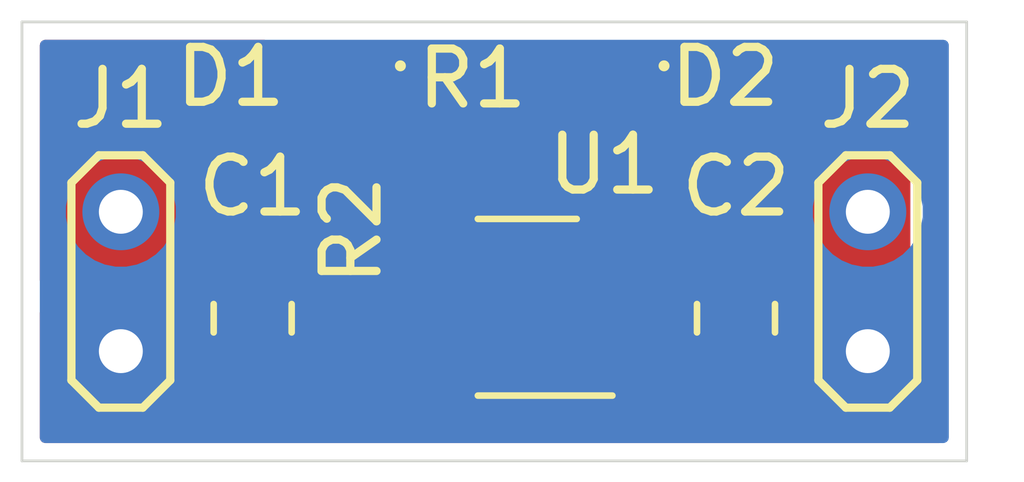
<source format=kicad_pcb>
(kicad_pcb (version 20171130) (host pcbnew 5.1.2)

  (general
    (thickness 1.6)
    (drawings 4)
    (tracks 21)
    (zones 0)
    (modules 9)
    (nets 7)
  )

  (page A4)
  (layers
    (0 F.Cu signal)
    (31 B.Cu signal)
    (32 B.Adhes user)
    (33 F.Adhes user)
    (34 B.Paste user)
    (35 F.Paste user)
    (36 B.SilkS user)
    (37 F.SilkS user)
    (38 B.Mask user)
    (39 F.Mask user)
    (40 Dwgs.User user)
    (41 Cmts.User user)
    (42 Eco1.User user)
    (43 Eco2.User user)
    (44 Edge.Cuts user)
    (45 Margin user)
    (46 B.CrtYd user)
    (47 F.CrtYd user)
    (48 B.Fab user hide)
    (49 F.Fab user hide)
  )

  (setup
    (last_trace_width 0.25)
    (trace_clearance 0.2)
    (zone_clearance 0.3)
    (zone_45_only no)
    (trace_min 0.2)
    (via_size 0.8)
    (via_drill 0.4)
    (via_min_size 0.4)
    (via_min_drill 0.3)
    (uvia_size 0.3)
    (uvia_drill 0.1)
    (uvias_allowed no)
    (uvia_min_size 0.2)
    (uvia_min_drill 0.1)
    (edge_width 0.05)
    (segment_width 0.2)
    (pcb_text_width 0.3)
    (pcb_text_size 1.5 1.5)
    (mod_edge_width 0.12)
    (mod_text_size 1 1)
    (mod_text_width 0.15)
    (pad_size 1.524 1.524)
    (pad_drill 0.762)
    (pad_to_mask_clearance 0.051)
    (solder_mask_min_width 0.25)
    (aux_axis_origin 0 0)
    (visible_elements 7FFFEFFF)
    (pcbplotparams
      (layerselection 0x010fc_ffffffff)
      (usegerberextensions false)
      (usegerberattributes false)
      (usegerberadvancedattributes false)
      (creategerberjobfile false)
      (excludeedgelayer true)
      (linewidth 0.100000)
      (plotframeref false)
      (viasonmask false)
      (mode 1)
      (useauxorigin false)
      (hpglpennumber 1)
      (hpglpenspeed 20)
      (hpglpendiameter 15.000000)
      (psnegative false)
      (psa4output false)
      (plotreference true)
      (plotvalue true)
      (plotinvisibletext false)
      (padsonsilk false)
      (subtractmaskfromsilk false)
      (outputformat 1)
      (mirror false)
      (drillshape 1)
      (scaleselection 1)
      (outputdirectory ""))
  )

  (net 0 "")
  (net 1 GND)
  (net 2 "Net-(D1-Pad1)")
  (net 3 "Net-(R2-Pad1)")
  (net 4 "Net-(R1-Pad1)")
  (net 5 /VDD)
  (net 6 /VBAT)

  (net_class Default "Ceci est la Netclass par défaut."
    (clearance 0.2)
    (trace_width 0.25)
    (via_dia 0.8)
    (via_drill 0.4)
    (uvia_dia 0.3)
    (uvia_drill 0.1)
    (add_net /VBAT)
    (add_net /VDD)
    (add_net GND)
    (add_net "Net-(D1-Pad1)")
    (add_net "Net-(R1-Pad1)")
    (add_net "Net-(R2-Pad1)")
  )

  (module Capacitor_SMD:C_0805_2012Metric (layer F.Cu) (tedit 5B36C52B) (tstamp 5D2F2D0B)
    (at 106 119 270)
    (descr "Capacitor SMD 0805 (2012 Metric), square (rectangular) end terminal, IPC_7351 nominal, (Body size source: https://docs.google.com/spreadsheets/d/1BsfQQcO9C6DZCsRaXUlFlo91Tg2WpOkGARC1WS5S8t0/edit?usp=sharing), generated with kicad-footprint-generator")
    (tags capacitor)
    (path /5D10346D)
    (attr smd)
    (fp_text reference C2 (at -2.4 0 180) (layer F.SilkS)
      (effects (font (size 1 1) (thickness 0.15)))
    )
    (fp_text value 10uF (at 0 1.65 90) (layer F.Fab)
      (effects (font (size 1 1) (thickness 0.15)))
    )
    (fp_text user %R (at 0 0 90) (layer F.Fab)
      (effects (font (size 0.5 0.5) (thickness 0.08)))
    )
    (fp_line (start 1.68 0.95) (end -1.68 0.95) (layer F.CrtYd) (width 0.05))
    (fp_line (start 1.68 -0.95) (end 1.68 0.95) (layer F.CrtYd) (width 0.05))
    (fp_line (start -1.68 -0.95) (end 1.68 -0.95) (layer F.CrtYd) (width 0.05))
    (fp_line (start -1.68 0.95) (end -1.68 -0.95) (layer F.CrtYd) (width 0.05))
    (fp_line (start -0.258578 0.71) (end 0.258578 0.71) (layer F.SilkS) (width 0.12))
    (fp_line (start -0.258578 -0.71) (end 0.258578 -0.71) (layer F.SilkS) (width 0.12))
    (fp_line (start 1 0.6) (end -1 0.6) (layer F.Fab) (width 0.1))
    (fp_line (start 1 -0.6) (end 1 0.6) (layer F.Fab) (width 0.1))
    (fp_line (start -1 -0.6) (end 1 -0.6) (layer F.Fab) (width 0.1))
    (fp_line (start -1 0.6) (end -1 -0.6) (layer F.Fab) (width 0.1))
    (pad 2 smd roundrect (at 0.9375 0 270) (size 0.975 1.4) (layers F.Cu F.Paste F.Mask) (roundrect_rratio 0.25)
      (net 1 GND))
    (pad 1 smd roundrect (at -0.9375 0 270) (size 0.975 1.4) (layers F.Cu F.Paste F.Mask) (roundrect_rratio 0.25)
      (net 6 /VBAT))
    (model ${KISYS3DMOD}/Capacitor_SMD.3dshapes/C_0805_2012Metric.wrl
      (at (xyz 0 0 0))
      (scale (xyz 1 1 1))
      (rotate (xyz 0 0 0))
    )
  )

  (module Capacitor_SMD:C_0805_2012Metric (layer F.Cu) (tedit 5B36C52B) (tstamp 5D2F2CE7)
    (at 97.2 119 270)
    (descr "Capacitor SMD 0805 (2012 Metric), square (rectangular) end terminal, IPC_7351 nominal, (Body size source: https://docs.google.com/spreadsheets/d/1BsfQQcO9C6DZCsRaXUlFlo91Tg2WpOkGARC1WS5S8t0/edit?usp=sharing), generated with kicad-footprint-generator")
    (tags capacitor)
    (path /5D102E8C)
    (attr smd)
    (fp_text reference C1 (at -2.4 0 180) (layer F.SilkS)
      (effects (font (size 1 1) (thickness 0.15)))
    )
    (fp_text value 10uF (at 0 1.65 90) (layer F.Fab)
      (effects (font (size 1 1) (thickness 0.15)))
    )
    (fp_text user %R (at 0 0 90) (layer F.Fab)
      (effects (font (size 0.5 0.5) (thickness 0.08)))
    )
    (fp_line (start 1.68 0.95) (end -1.68 0.95) (layer F.CrtYd) (width 0.05))
    (fp_line (start 1.68 -0.95) (end 1.68 0.95) (layer F.CrtYd) (width 0.05))
    (fp_line (start -1.68 -0.95) (end 1.68 -0.95) (layer F.CrtYd) (width 0.05))
    (fp_line (start -1.68 0.95) (end -1.68 -0.95) (layer F.CrtYd) (width 0.05))
    (fp_line (start -0.258578 0.71) (end 0.258578 0.71) (layer F.SilkS) (width 0.12))
    (fp_line (start -0.258578 -0.71) (end 0.258578 -0.71) (layer F.SilkS) (width 0.12))
    (fp_line (start 1 0.6) (end -1 0.6) (layer F.Fab) (width 0.1))
    (fp_line (start 1 -0.6) (end 1 0.6) (layer F.Fab) (width 0.1))
    (fp_line (start -1 -0.6) (end 1 -0.6) (layer F.Fab) (width 0.1))
    (fp_line (start -1 0.6) (end -1 -0.6) (layer F.Fab) (width 0.1))
    (pad 2 smd roundrect (at 0.9375 0 270) (size 0.975 1.4) (layers F.Cu F.Paste F.Mask) (roundrect_rratio 0.25)
      (net 1 GND))
    (pad 1 smd roundrect (at -0.9375 0 270) (size 0.975 1.4) (layers F.Cu F.Paste F.Mask) (roundrect_rratio 0.25)
      (net 5 /VDD))
    (model ${KISYS3DMOD}/Capacitor_SMD.3dshapes/C_0805_2012Metric.wrl
      (at (xyz 0 0 0))
      (scale (xyz 1 1 1))
      (rotate (xyz 0 0 0))
    )
  )

  (module LED_SMD:LED_0402_1005Metric (layer F.Cu) (tedit 5B301BBE) (tstamp 5D114472)
    (at 98.8 114.4 180)
    (descr "LED SMD 0402 (1005 Metric), square (rectangular) end terminal, IPC_7351 nominal, (Body size source: http://www.tortai-tech.com/upload/download/2011102023233369053.pdf), generated with kicad-footprint-generator")
    (tags LED)
    (path /5D1068E7)
    (zone_connect 1)
    (attr smd)
    (fp_text reference D1 (at 2 -0.2) (layer F.SilkS)
      (effects (font (size 1 1) (thickness 0.15)))
    )
    (fp_text value LED (at 0 1.17) (layer F.Fab)
      (effects (font (size 1 1) (thickness 0.15)))
    )
    (fp_circle (center -1.09 0) (end -1.04 0) (layer F.SilkS) (width 0.1))
    (fp_line (start -0.5 0.25) (end -0.5 -0.25) (layer F.Fab) (width 0.1))
    (fp_line (start -0.5 -0.25) (end 0.5 -0.25) (layer F.Fab) (width 0.1))
    (fp_line (start 0.5 -0.25) (end 0.5 0.25) (layer F.Fab) (width 0.1))
    (fp_line (start 0.5 0.25) (end -0.5 0.25) (layer F.Fab) (width 0.1))
    (fp_line (start -0.4 0.25) (end -0.4 -0.25) (layer F.Fab) (width 0.1))
    (fp_line (start -0.3 0.25) (end -0.3 -0.25) (layer F.Fab) (width 0.1))
    (fp_line (start -0.93 0.47) (end -0.93 -0.47) (layer F.CrtYd) (width 0.05))
    (fp_line (start -0.93 -0.47) (end 0.93 -0.47) (layer F.CrtYd) (width 0.05))
    (fp_line (start 0.93 -0.47) (end 0.93 0.47) (layer F.CrtYd) (width 0.05))
    (fp_line (start 0.93 0.47) (end -0.93 0.47) (layer F.CrtYd) (width 0.05))
    (fp_text user %R (at 0 0) (layer F.Fab)
      (effects (font (size 0.25 0.25) (thickness 0.04)))
    )
    (pad 1 smd roundrect (at -0.485 0 180) (size 0.59 0.64) (layers F.Cu F.Paste F.Mask) (roundrect_rratio 0.25)
      (net 2 "Net-(D1-Pad1)") (zone_connect 1))
    (pad 2 smd roundrect (at 0.485 0 180) (size 0.59 0.64) (layers F.Cu F.Paste F.Mask) (roundrect_rratio 0.25)
      (net 5 /VDD) (zone_connect 1))
    (model ${KISYS3DMOD}/LED_SMD.3dshapes/LED_0402_1005Metric.wrl
      (at (xyz 0 0 0))
      (scale (xyz 1 1 1))
      (rotate (xyz 0 0 0))
    )
  )

  (module LED_SMD:LED_0402_1005Metric (layer F.Cu) (tedit 5B301BBE) (tstamp 5D11443F)
    (at 103.6 114.4 180)
    (descr "LED SMD 0402 (1005 Metric), square (rectangular) end terminal, IPC_7351 nominal, (Body size source: http://www.tortai-tech.com/upload/download/2011102023233369053.pdf), generated with kicad-footprint-generator")
    (tags LED)
    (path /5D1085DB)
    (attr smd)
    (fp_text reference D2 (at -2.2 -0.2) (layer F.SilkS)
      (effects (font (size 1 1) (thickness 0.15)))
    )
    (fp_text value LED (at 0 1.17) (layer F.Fab)
      (effects (font (size 1 1) (thickness 0.15)))
    )
    (fp_text user %R (at 0 0) (layer F.Fab)
      (effects (font (size 0.25 0.25) (thickness 0.04)))
    )
    (fp_line (start 0.93 0.47) (end -0.93 0.47) (layer F.CrtYd) (width 0.05))
    (fp_line (start 0.93 -0.47) (end 0.93 0.47) (layer F.CrtYd) (width 0.05))
    (fp_line (start -0.93 -0.47) (end 0.93 -0.47) (layer F.CrtYd) (width 0.05))
    (fp_line (start -0.93 0.47) (end -0.93 -0.47) (layer F.CrtYd) (width 0.05))
    (fp_line (start -0.3 0.25) (end -0.3 -0.25) (layer F.Fab) (width 0.1))
    (fp_line (start -0.4 0.25) (end -0.4 -0.25) (layer F.Fab) (width 0.1))
    (fp_line (start 0.5 0.25) (end -0.5 0.25) (layer F.Fab) (width 0.1))
    (fp_line (start 0.5 -0.25) (end 0.5 0.25) (layer F.Fab) (width 0.1))
    (fp_line (start -0.5 -0.25) (end 0.5 -0.25) (layer F.Fab) (width 0.1))
    (fp_line (start -0.5 0.25) (end -0.5 -0.25) (layer F.Fab) (width 0.1))
    (fp_circle (center -1.09 0) (end -1.04 0) (layer F.SilkS) (width 0.1))
    (pad 2 smd roundrect (at 0.485 0 180) (size 0.59 0.64) (layers F.Cu F.Paste F.Mask) (roundrect_rratio 0.25)
      (net 2 "Net-(D1-Pad1)"))
    (pad 1 smd roundrect (at -0.485 0 180) (size 0.59 0.64) (layers F.Cu F.Paste F.Mask) (roundrect_rratio 0.25)
      (net 1 GND))
    (model ${KISYS3DMOD}/LED_SMD.3dshapes/LED_0402_1005Metric.wrl
      (at (xyz 0 0 0))
      (scale (xyz 1 1 1))
      (rotate (xyz 0 0 0))
    )
  )

  (module Resistor_SMD:R_0402_1005Metric (layer F.Cu) (tedit 5B301BBD) (tstamp 5D114412)
    (at 101.2 115.8)
    (descr "Resistor SMD 0402 (1005 Metric), square (rectangular) end terminal, IPC_7351 nominal, (Body size source: http://www.tortai-tech.com/upload/download/2011102023233369053.pdf), generated with kicad-footprint-generator")
    (tags resistor)
    (path /5D104910)
    (attr smd)
    (fp_text reference R1 (at 0 -1.17) (layer F.SilkS)
      (effects (font (size 1 1) (thickness 0.15)))
    )
    (fp_text value 470R (at 0 1.17) (layer F.Fab)
      (effects (font (size 1 1) (thickness 0.15)))
    )
    (fp_line (start -0.5 0.25) (end -0.5 -0.25) (layer F.Fab) (width 0.1))
    (fp_line (start -0.5 -0.25) (end 0.5 -0.25) (layer F.Fab) (width 0.1))
    (fp_line (start 0.5 -0.25) (end 0.5 0.25) (layer F.Fab) (width 0.1))
    (fp_line (start 0.5 0.25) (end -0.5 0.25) (layer F.Fab) (width 0.1))
    (fp_line (start -0.93 0.47) (end -0.93 -0.47) (layer F.CrtYd) (width 0.05))
    (fp_line (start -0.93 -0.47) (end 0.93 -0.47) (layer F.CrtYd) (width 0.05))
    (fp_line (start 0.93 -0.47) (end 0.93 0.47) (layer F.CrtYd) (width 0.05))
    (fp_line (start 0.93 0.47) (end -0.93 0.47) (layer F.CrtYd) (width 0.05))
    (fp_text user %R (at 0 0) (layer F.Fab)
      (effects (font (size 0.25 0.25) (thickness 0.04)))
    )
    (pad 1 smd roundrect (at -0.485 0) (size 0.59 0.64) (layers F.Cu F.Paste F.Mask) (roundrect_rratio 0.25)
      (net 4 "Net-(R1-Pad1)"))
    (pad 2 smd roundrect (at 0.485 0) (size 0.59 0.64) (layers F.Cu F.Paste F.Mask) (roundrect_rratio 0.25)
      (net 2 "Net-(D1-Pad1)"))
    (model ${KISYS3DMOD}/Resistor_SMD.3dshapes/R_0402_1005Metric.wrl
      (at (xyz 0 0 0))
      (scale (xyz 1 1 1))
      (rotate (xyz 0 0 0))
    )
  )

  (module Resistor_SMD:R_0402_1005Metric (layer F.Cu) (tedit 5B301BBD) (tstamp 5D1143E8)
    (at 99 119.4 270)
    (descr "Resistor SMD 0402 (1005 Metric), square (rectangular) end terminal, IPC_7351 nominal, (Body size source: http://www.tortai-tech.com/upload/download/2011102023233369053.pdf), generated with kicad-footprint-generator")
    (tags resistor)
    (path /5D106281)
    (zone_connect 1)
    (attr smd)
    (fp_text reference R2 (at -2 0 90) (layer F.SilkS)
      (effects (font (size 1 1) (thickness 0.15)))
    )
    (fp_text value 2K2 (at 0 1.17 90) (layer F.Fab)
      (effects (font (size 1 1) (thickness 0.15)))
    )
    (fp_text user %R (at 0 0 180) (layer F.Fab)
      (effects (font (size 0.25 0.25) (thickness 0.04)))
    )
    (fp_line (start 0.93 0.47) (end -0.93 0.47) (layer F.CrtYd) (width 0.05))
    (fp_line (start 0.93 -0.47) (end 0.93 0.47) (layer F.CrtYd) (width 0.05))
    (fp_line (start -0.93 -0.47) (end 0.93 -0.47) (layer F.CrtYd) (width 0.05))
    (fp_line (start -0.93 0.47) (end -0.93 -0.47) (layer F.CrtYd) (width 0.05))
    (fp_line (start 0.5 0.25) (end -0.5 0.25) (layer F.Fab) (width 0.1))
    (fp_line (start 0.5 -0.25) (end 0.5 0.25) (layer F.Fab) (width 0.1))
    (fp_line (start -0.5 -0.25) (end 0.5 -0.25) (layer F.Fab) (width 0.1))
    (fp_line (start -0.5 0.25) (end -0.5 -0.25) (layer F.Fab) (width 0.1))
    (pad 2 smd roundrect (at 0.485 0 270) (size 0.59 0.64) (layers F.Cu F.Paste F.Mask) (roundrect_rratio 0.25)
      (net 1 GND) (zone_connect 1))
    (pad 1 smd roundrect (at -0.485 0 270) (size 0.59 0.64) (layers F.Cu F.Paste F.Mask) (roundrect_rratio 0.25)
      (net 3 "Net-(R2-Pad1)") (zone_connect 1))
    (model ${KISYS3DMOD}/Resistor_SMD.3dshapes/R_0402_1005Metric.wrl
      (at (xyz 0 0 0))
      (scale (xyz 1 1 1))
      (rotate (xyz 0 0 0))
    )
  )

  (module Package_TO_SOT_SMD:SOT-23-5_HandSoldering (layer F.Cu) (tedit 5A0AB76C) (tstamp 5D1143B2)
    (at 102.2 118.8 180)
    (descr "5-pin SOT23 package")
    (tags "SOT-23-5 hand-soldering")
    (path /5D0FCA71)
    (attr smd)
    (fp_text reference U1 (at -1.4 2.6) (layer F.SilkS)
      (effects (font (size 1 1) (thickness 0.15)))
    )
    (fp_text value MCP73831-5-OT (at 2.54 2.9) (layer F.Fab)
      (effects (font (size 1 1) (thickness 0.15)))
    )
    (fp_text user %R (at 0 0 270) (layer F.Fab)
      (effects (font (size 0.5 0.5) (thickness 0.075)))
    )
    (fp_line (start -0.9 1.61) (end 0.9 1.61) (layer F.SilkS) (width 0.12))
    (fp_line (start 0.9 -1.61) (end -1.55 -1.61) (layer F.SilkS) (width 0.12))
    (fp_line (start -0.9 -0.9) (end -0.25 -1.55) (layer F.Fab) (width 0.1))
    (fp_line (start 0.9 -1.55) (end -0.25 -1.55) (layer F.Fab) (width 0.1))
    (fp_line (start -0.9 -0.9) (end -0.9 1.55) (layer F.Fab) (width 0.1))
    (fp_line (start 0.9 1.55) (end -0.9 1.55) (layer F.Fab) (width 0.1))
    (fp_line (start 0.9 -1.55) (end 0.9 1.55) (layer F.Fab) (width 0.1))
    (fp_line (start -2.38 -1.8) (end 2.38 -1.8) (layer F.CrtYd) (width 0.05))
    (fp_line (start -2.38 -1.8) (end -2.38 1.8) (layer F.CrtYd) (width 0.05))
    (fp_line (start 2.38 1.8) (end 2.38 -1.8) (layer F.CrtYd) (width 0.05))
    (fp_line (start 2.38 1.8) (end -2.38 1.8) (layer F.CrtYd) (width 0.05))
    (pad 1 smd rect (at -1.35 -0.95 180) (size 1.56 0.65) (layers F.Cu F.Paste F.Mask)
      (net 4 "Net-(R1-Pad1)"))
    (pad 2 smd rect (at -1.35 0 180) (size 1.56 0.65) (layers F.Cu F.Paste F.Mask)
      (net 1 GND))
    (pad 3 smd rect (at -1.35 0.95 180) (size 1.56 0.65) (layers F.Cu F.Paste F.Mask)
      (net 6 /VBAT))
    (pad 4 smd rect (at 1.35 0.95 180) (size 1.56 0.65) (layers F.Cu F.Paste F.Mask)
      (net 5 /VDD))
    (pad 5 smd rect (at 1.35 -0.95 180) (size 1.56 0.65) (layers F.Cu F.Paste F.Mask)
      (net 3 "Net-(R2-Pad1)"))
    (model ${KISYS3DMOD}/Package_TO_SOT_SMD.3dshapes/SOT-23-5.wrl
      (at (xyz 0 0 0))
      (scale (xyz 1 1 1))
      (rotate (xyz 0 0 0))
    )
  )

  (module TestPoint:TestPoint_2Pads_Pitch2.54mm_Drill0.8mm (layer F.Cu) (tedit 5A0F774F) (tstamp 5D114348)
    (at 94.8 117.06 270)
    (descr "Test point with 2 pins, pitch 2.54mm, drill diameter 0.8mm")
    (tags "CONN DEV")
    (path /5D1155E5)
    (attr virtual)
    (fp_text reference J1 (at -2.06 0 180) (layer F.SilkS)
      (effects (font (size 1 1) (thickness 0.15)))
    )
    (fp_text value TestPoint_2Pole (at 1.27 2 90) (layer F.Fab)
      (effects (font (size 1 1) (thickness 0.15)))
    )
    (fp_line (start -1.03 -0.4) (end -0.53 -0.9) (layer F.SilkS) (width 0.15))
    (fp_line (start -1.03 0.4) (end -1.03 -0.4) (layer F.SilkS) (width 0.15))
    (fp_line (start -0.53 0.9) (end -1.03 0.4) (layer F.SilkS) (width 0.15))
    (fp_line (start 3.07 0.9) (end -0.53 0.9) (layer F.SilkS) (width 0.15))
    (fp_line (start 3.57 0.4) (end 3.07 0.9) (layer F.SilkS) (width 0.15))
    (fp_line (start 3.57 -0.4) (end 3.57 0.4) (layer F.SilkS) (width 0.15))
    (fp_line (start 3.07 -0.9) (end 3.57 -0.4) (layer F.SilkS) (width 0.15))
    (fp_line (start -0.53 -0.9) (end 3.07 -0.9) (layer F.SilkS) (width 0.15))
    (fp_line (start -1.3 0.5) (end -0.65 1.15) (layer F.CrtYd) (width 0.05))
    (fp_line (start -1.3 -0.5) (end -1.3 0.5) (layer F.CrtYd) (width 0.05))
    (fp_line (start -0.65 -1.15) (end -1.3 -0.5) (layer F.CrtYd) (width 0.05))
    (fp_line (start 3.15 -1.15) (end -0.65 -1.15) (layer F.CrtYd) (width 0.05))
    (fp_line (start 3.8 -0.5) (end 3.15 -1.15) (layer F.CrtYd) (width 0.05))
    (fp_line (start 3.8 0.5) (end 3.8 -0.5) (layer F.CrtYd) (width 0.05))
    (fp_line (start 3.15 1.15) (end 3.8 0.5) (layer F.CrtYd) (width 0.05))
    (fp_line (start -0.65 1.15) (end 3.15 1.15) (layer F.CrtYd) (width 0.05))
    (fp_text user %R (at 1.3 -2 90) (layer F.Fab)
      (effects (font (size 1 1) (thickness 0.15)))
    )
    (pad 2 thru_hole circle (at 2.54 0 270) (size 1.4 1.4) (drill 0.8) (layers *.Cu *.Mask)
      (net 1 GND))
    (pad 1 thru_hole circle (at 0 0 270) (size 1.4 1.4) (drill 0.8) (layers *.Cu *.Mask)
      (net 5 /VDD))
  )

  (module TestPoint:TestPoint_2Pads_Pitch2.54mm_Drill0.8mm (layer F.Cu) (tedit 5A0F774F) (tstamp 5D2F4103)
    (at 108.4 117.06 270)
    (descr "Test point with 2 pins, pitch 2.54mm, drill diameter 0.8mm")
    (tags "CONN DEV")
    (path /5D1133FF)
    (attr virtual)
    (fp_text reference J2 (at -2.06 0 180) (layer F.SilkS)
      (effects (font (size 1 1) (thickness 0.15)))
    )
    (fp_text value TestPoint_2Pole (at 1.27 2 270) (layer F.Fab)
      (effects (font (size 1 1) (thickness 0.15)))
    )
    (fp_text user %R (at 1.3 -2 90) (layer F.Fab)
      (effects (font (size 1 1) (thickness 0.15)))
    )
    (fp_line (start -0.65 1.15) (end 3.15 1.15) (layer F.CrtYd) (width 0.05))
    (fp_line (start 3.15 1.15) (end 3.8 0.5) (layer F.CrtYd) (width 0.05))
    (fp_line (start 3.8 0.5) (end 3.8 -0.5) (layer F.CrtYd) (width 0.05))
    (fp_line (start 3.8 -0.5) (end 3.15 -1.15) (layer F.CrtYd) (width 0.05))
    (fp_line (start 3.15 -1.15) (end -0.65 -1.15) (layer F.CrtYd) (width 0.05))
    (fp_line (start -0.65 -1.15) (end -1.3 -0.5) (layer F.CrtYd) (width 0.05))
    (fp_line (start -1.3 -0.5) (end -1.3 0.5) (layer F.CrtYd) (width 0.05))
    (fp_line (start -1.3 0.5) (end -0.65 1.15) (layer F.CrtYd) (width 0.05))
    (fp_line (start -0.53 -0.9) (end 3.07 -0.9) (layer F.SilkS) (width 0.15))
    (fp_line (start 3.07 -0.9) (end 3.57 -0.4) (layer F.SilkS) (width 0.15))
    (fp_line (start 3.57 -0.4) (end 3.57 0.4) (layer F.SilkS) (width 0.15))
    (fp_line (start 3.57 0.4) (end 3.07 0.9) (layer F.SilkS) (width 0.15))
    (fp_line (start 3.07 0.9) (end -0.53 0.9) (layer F.SilkS) (width 0.15))
    (fp_line (start -0.53 0.9) (end -1.03 0.4) (layer F.SilkS) (width 0.15))
    (fp_line (start -1.03 0.4) (end -1.03 -0.4) (layer F.SilkS) (width 0.15))
    (fp_line (start -1.03 -0.4) (end -0.53 -0.9) (layer F.SilkS) (width 0.15))
    (pad 1 thru_hole circle (at 0 0 270) (size 1.4 1.4) (drill 0.8) (layers *.Cu *.Mask)
      (net 6 /VBAT))
    (pad 2 thru_hole circle (at 2.54 0 270) (size 1.4 1.4) (drill 0.8) (layers *.Cu *.Mask)
      (net 1 GND))
  )

  (gr_line (start 93 113.6) (end 93 121.6) (layer Edge.Cuts) (width 0.05) (tstamp 5D2F299C))
  (gr_line (start 110.2 113.6) (end 93 113.6) (layer Edge.Cuts) (width 0.05))
  (gr_line (start 110.2 121.6) (end 110.2 113.6) (layer Edge.Cuts) (width 0.05))
  (gr_line (start 93 121.6) (end 110.2 121.6) (layer Edge.Cuts) (width 0.05))

  (segment (start 109.6 115.6) (end 109.6 118.8) (width 0.25) (layer F.Cu) (net 1))
  (segment (start 109.6 118.8) (end 108.8 119.6) (width 0.25) (layer F.Cu) (net 1))
  (segment (start 108.8 119.6) (end 108.4 119.6) (width 0.25) (layer F.Cu) (net 1))
  (segment (start 108.4 114.4) (end 109.6 115.6) (width 0.25) (layer F.Cu) (net 1))
  (segment (start 104.085 114.4) (end 108.4 114.4) (width 0.25) (layer F.Cu) (net 1))
  (segment (start 101.685 115.38) (end 101.685 115.8) (width 0.25) (layer F.Cu) (net 2))
  (segment (start 100.705 114.4) (end 101.685 115.38) (width 0.25) (layer F.Cu) (net 2))
  (segment (start 99.285 114.4) (end 100.705 114.4) (width 0.25) (layer F.Cu) (net 2))
  (segment (start 101.685 115.315) (end 101.685 115.8) (width 0.25) (layer F.Cu) (net 2))
  (segment (start 103.115 114.4) (end 102.6 114.4) (width 0.25) (layer F.Cu) (net 2))
  (segment (start 102.6 114.4) (end 101.685 115.315) (width 0.25) (layer F.Cu) (net 2))
  (segment (start 100.565 118.915) (end 99 118.915) (width 0.25) (layer F.Cu) (net 3))
  (segment (start 100.85 119.75) (end 100.85 119.2) (width 0.25) (layer F.Cu) (net 3))
  (segment (start 100.85 119.2) (end 100.565 118.915) (width 0.25) (layer F.Cu) (net 3))
  (segment (start 103.55 119.75) (end 102.52 119.75) (width 0.25) (layer F.Cu) (net 4))
  (segment (start 101.955001 119.185001) (end 101.955001 117.264999) (width 0.25) (layer F.Cu) (net 4))
  (segment (start 101.955001 117.264999) (end 101.535012 116.84501) (width 0.25) (layer F.Cu) (net 4))
  (segment (start 100.715 116.515) (end 100.715 115.8) (width 0.25) (layer F.Cu) (net 4))
  (segment (start 101.04501 116.84501) (end 100.715 116.515) (width 0.25) (layer F.Cu) (net 4))
  (segment (start 102.52 119.75) (end 101.955001 119.185001) (width 0.25) (layer F.Cu) (net 4))
  (segment (start 101.535012 116.84501) (end 101.04501 116.84501) (width 0.25) (layer F.Cu) (net 4))

  (zone (net 1) (net_name GND) (layer F.Cu) (tstamp 0) (hatch edge 0.508)
    (connect_pads yes (clearance 0.3))
    (min_thickness 0.2)
    (fill yes (arc_segments 32) (thermal_gap 0.508) (thermal_bridge_width 0.508))
    (polygon
      (pts
        (xy 93.2 118.8) (xy 102 118.8) (xy 102.4 118.4) (xy 104.4 118.4) (xy 104.8 118.8)
        (xy 109.8 118.8) (xy 109.8 121.4) (xy 93.2 121.4)
      )
    )
    (filled_polygon
      (pts
        (xy 102.546697 118.509197) (xy 102.616186 118.54634) (xy 102.691586 118.569212) (xy 102.77 118.576935) (xy 104.33 118.576935)
        (xy 104.408414 118.569212) (xy 104.42328 118.564702) (xy 104.729289 118.870711) (xy 104.744443 118.883147) (xy 104.761732 118.892388)
        (xy 104.780491 118.898079) (xy 104.8 118.9) (xy 105.291447 118.9) (xy 105.296657 118.902785) (xy 105.417783 118.939528)
        (xy 105.54375 118.951935) (xy 106.45625 118.951935) (xy 106.582217 118.939528) (xy 106.703343 118.902785) (xy 106.708553 118.9)
        (xy 109.7 118.9) (xy 109.7 121.175) (xy 93.425 121.175) (xy 93.425 120.191) (xy 98.072 120.191)
        (xy 98.081871 120.304465) (xy 98.117646 120.418763) (xy 98.175032 120.523885) (xy 98.251823 120.615792) (xy 98.345069 120.690952)
        (xy 98.451187 120.746476) (xy 98.566097 120.78023) (xy 98.685385 120.790918) (xy 98.694 120.788) (xy 98.846 120.636)
        (xy 98.846 120.039) (xy 98.224 120.039) (xy 98.072 120.191) (xy 93.425 120.191) (xy 93.425 118.9)
        (xy 96.491447 118.9) (xy 96.496657 118.902785) (xy 96.617783 118.939528) (xy 96.74375 118.951935) (xy 97.65625 118.951935)
        (xy 97.782217 118.939528) (xy 97.903343 118.902785) (xy 97.908553 118.9) (xy 98.278065 118.9) (xy 98.278065 119.0625)
        (xy 98.284503 119.127867) (xy 98.251823 119.154208) (xy 98.175032 119.246115) (xy 98.117646 119.351237) (xy 98.081871 119.465535)
        (xy 98.072 119.579) (xy 98.224 119.731) (xy 98.846 119.731) (xy 98.846 119.711) (xy 99.154 119.711)
        (xy 99.154 119.731) (xy 99.174 119.731) (xy 99.174 120.039) (xy 99.154 120.039) (xy 99.154 120.636)
        (xy 99.306 120.788) (xy 99.314615 120.790918) (xy 99.433903 120.78023) (xy 99.548813 120.746476) (xy 99.654931 120.690952)
        (xy 99.748177 120.615792) (xy 99.824968 120.523885) (xy 99.878342 120.426112) (xy 99.916186 120.44634) (xy 99.991586 120.469212)
        (xy 100.07 120.476935) (xy 101.63 120.476935) (xy 101.708414 120.469212) (xy 101.783814 120.44634) (xy 101.853303 120.409197)
        (xy 101.914211 120.359211) (xy 101.964197 120.298303) (xy 102.00134 120.228814) (xy 102.024212 120.153414) (xy 102.031935 120.075)
        (xy 102.031935 120.004397) (xy 102.130533 120.102995) (xy 102.146973 120.123027) (xy 102.226914 120.188633) (xy 102.318119 120.237383)
        (xy 102.417082 120.267403) (xy 102.419409 120.267632) (xy 102.435803 120.298303) (xy 102.485789 120.359211) (xy 102.546697 120.409197)
        (xy 102.616186 120.44634) (xy 102.691586 120.469212) (xy 102.77 120.476935) (xy 104.33 120.476935) (xy 104.408414 120.469212)
        (xy 104.483814 120.44634) (xy 104.553303 120.409197) (xy 104.614211 120.359211) (xy 104.664197 120.298303) (xy 104.70134 120.228814)
        (xy 104.724212 120.153414) (xy 104.731935 120.075) (xy 104.731935 119.425) (xy 104.724212 119.346586) (xy 104.70134 119.271186)
        (xy 104.664197 119.201697) (xy 104.614211 119.140789) (xy 104.553303 119.090803) (xy 104.483814 119.05366) (xy 104.408414 119.030788)
        (xy 104.33 119.023065) (xy 102.77 119.023065) (xy 102.691586 119.030788) (xy 102.616186 119.05366) (xy 102.58356 119.071099)
        (xy 102.480001 118.96754) (xy 102.480001 118.5) (xy 102.53549 118.5)
      )
    )
  )
  (zone (net 6) (net_name /VBAT) (layer F.Cu) (tstamp 0) (hatch edge 0.508)
    (connect_pads yes (clearance 0.3))
    (min_thickness 0.2)
    (fill yes (arc_segments 32) (thermal_gap 0.508) (thermal_bridge_width 0.508))
    (polygon
      (pts
        (xy 102.4 118.2) (xy 104.6 118.2) (xy 105 118.6) (xy 109.6 118.6) (xy 109.6 115.6)
        (xy 102.4 115.6)
      )
    )
    (filled_polygon
      (pts
        (xy 109.075 115.817462) (xy 109.075001 118.5) (xy 105.041422 118.5) (xy 104.670711 118.129289) (xy 104.655557 118.116853)
        (xy 104.638268 118.107612) (xy 104.619509 118.101921) (xy 104.6 118.1) (xy 104.471748 118.1) (xy 104.408414 118.080788)
        (xy 104.33 118.073065) (xy 102.77 118.073065) (xy 102.691586 118.080788) (xy 102.628252 118.1) (xy 102.5 118.1)
        (xy 102.5 115.7) (xy 108.957538 115.7)
      )
    )
  )
  (zone (net 5) (net_name /VDD) (layer F.Cu) (tstamp 0) (hatch edge 0.508)
    (connect_pads yes (clearance 0.3))
    (min_thickness 0.2)
    (fill yes (arc_segments 32) (thermal_gap 0.508) (thermal_bridge_width 0.508))
    (polygon
      (pts
        (xy 101.8 118.4) (xy 93.2 118.4) (xy 93.2 113.4) (xy 98.8 113.4) (xy 98.8 116.2)
        (xy 99.6 116.8) (xy 101.8 116.8)
      )
    )
    (filled_polygon
      (pts
        (xy 97.409082 114.085385) (xy 97.412 114.094) (xy 97.564 114.246) (xy 98.161 114.246) (xy 98.161 114.226)
        (xy 98.469 114.226) (xy 98.469 114.246) (xy 98.489 114.246) (xy 98.489 114.554) (xy 98.469 114.554)
        (xy 98.469 115.176) (xy 98.621 115.328) (xy 98.7 115.321127) (xy 98.7 116.2) (xy 98.701921 116.219509)
        (xy 98.707612 116.238268) (xy 98.716853 116.255557) (xy 98.729289 116.270711) (xy 98.74 116.28) (xy 99.54 116.88)
        (xy 99.55676 116.890168) (xy 99.575182 116.896871) (xy 99.6 116.9) (xy 100.356562 116.9) (xy 100.36201 116.904471)
        (xy 100.655539 117.198) (xy 100.671983 117.218037) (xy 100.751924 117.283643) (xy 100.843129 117.332393) (xy 100.942092 117.362413)
        (xy 101.04501 117.37255) (xy 101.070798 117.37001) (xy 101.317551 117.37001) (xy 101.430002 117.482461) (xy 101.430002 118.3)
        (xy 99.457805 118.3) (xy 99.38276 118.259888) (xy 99.279689 118.228622) (xy 99.1725 118.218065) (xy 98.8275 118.218065)
        (xy 98.720311 118.228622) (xy 98.61724 118.259888) (xy 98.542195 118.3) (xy 93.425 118.3) (xy 93.425 114.714615)
        (xy 97.409082 114.714615) (xy 97.41977 114.833903) (xy 97.453524 114.948813) (xy 97.509048 115.054931) (xy 97.584208 115.148177)
        (xy 97.676115 115.224968) (xy 97.781237 115.282354) (xy 97.895535 115.318129) (xy 98.009 115.328) (xy 98.161 115.176)
        (xy 98.161 114.554) (xy 97.564 114.554) (xy 97.412 114.706) (xy 97.409082 114.714615) (xy 93.425 114.714615)
        (xy 93.425 114.025) (xy 97.414492 114.025)
      )
    )
  )
  (zone (net 1) (net_name GND) (layer B.Cu) (tstamp 0) (hatch edge 0.508)
    (connect_pads yes (clearance 0.3))
    (min_thickness 0.2)
    (fill yes (arc_segments 32) (thermal_gap 0.508) (thermal_bridge_width 0.508))
    (polygon
      (pts
        (xy 92.6 113.2) (xy 110.6 113.2) (xy 110.6 122) (xy 92.6 122)
      )
    )
    (filled_polygon
      (pts
        (xy 109.775 121.175) (xy 93.425 121.175) (xy 93.425 116.951659) (xy 93.7 116.951659) (xy 93.7 117.168341)
        (xy 93.742273 117.380858) (xy 93.825193 117.581045) (xy 93.945575 117.761209) (xy 94.098791 117.914425) (xy 94.278955 118.034807)
        (xy 94.479142 118.117727) (xy 94.691659 118.16) (xy 94.908341 118.16) (xy 95.120858 118.117727) (xy 95.321045 118.034807)
        (xy 95.501209 117.914425) (xy 95.654425 117.761209) (xy 95.774807 117.581045) (xy 95.857727 117.380858) (xy 95.9 117.168341)
        (xy 95.9 116.951659) (xy 107.3 116.951659) (xy 107.3 117.168341) (xy 107.342273 117.380858) (xy 107.425193 117.581045)
        (xy 107.545575 117.761209) (xy 107.698791 117.914425) (xy 107.878955 118.034807) (xy 108.079142 118.117727) (xy 108.291659 118.16)
        (xy 108.508341 118.16) (xy 108.720858 118.117727) (xy 108.921045 118.034807) (xy 109.101209 117.914425) (xy 109.254425 117.761209)
        (xy 109.374807 117.581045) (xy 109.457727 117.380858) (xy 109.5 117.168341) (xy 109.5 116.951659) (xy 109.457727 116.739142)
        (xy 109.374807 116.538955) (xy 109.254425 116.358791) (xy 109.101209 116.205575) (xy 108.921045 116.085193) (xy 108.720858 116.002273)
        (xy 108.508341 115.96) (xy 108.291659 115.96) (xy 108.079142 116.002273) (xy 107.878955 116.085193) (xy 107.698791 116.205575)
        (xy 107.545575 116.358791) (xy 107.425193 116.538955) (xy 107.342273 116.739142) (xy 107.3 116.951659) (xy 95.9 116.951659)
        (xy 95.857727 116.739142) (xy 95.774807 116.538955) (xy 95.654425 116.358791) (xy 95.501209 116.205575) (xy 95.321045 116.085193)
        (xy 95.120858 116.002273) (xy 94.908341 115.96) (xy 94.691659 115.96) (xy 94.479142 116.002273) (xy 94.278955 116.085193)
        (xy 94.098791 116.205575) (xy 93.945575 116.358791) (xy 93.825193 116.538955) (xy 93.742273 116.739142) (xy 93.7 116.951659)
        (xy 93.425 116.951659) (xy 93.425 114.025) (xy 109.775001 114.025)
      )
    )
  )
)

</source>
